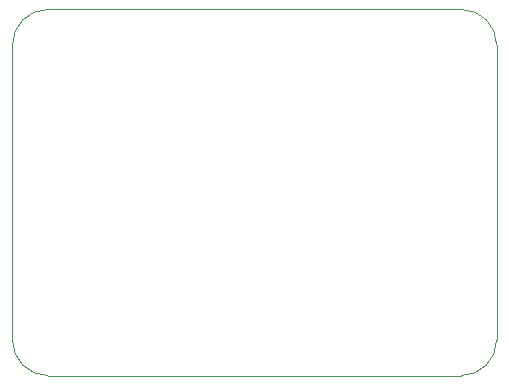
<source format=gbr>
%TF.GenerationSoftware,KiCad,Pcbnew,8.0.0*%
%TF.CreationDate,2024-03-15T15:48:41+01:00*%
%TF.ProjectId,STM32F103_BluePill,53544d33-3246-4313-9033-5f426c756550,rev?*%
%TF.SameCoordinates,Original*%
%TF.FileFunction,Profile,NP*%
%FSLAX46Y46*%
G04 Gerber Fmt 4.6, Leading zero omitted, Abs format (unit mm)*
G04 Created by KiCad (PCBNEW 8.0.0) date 2024-03-15 15:48:41*
%MOMM*%
%LPD*%
G01*
G04 APERTURE LIST*
%TA.AperFunction,Profile*%
%ADD10C,0.050000*%
%TD*%
G04 APERTURE END LIST*
D10*
X130750000Y-87750000D02*
G75*
G02*
X133750000Y-84750000I3000000J0D01*
G01*
X168750000Y-84750000D02*
G75*
G02*
X171750000Y-87750000I0J-3000000D01*
G01*
X171750000Y-112750000D02*
G75*
G02*
X168750000Y-115750000I-3000000J0D01*
G01*
X171750000Y-112750000D02*
X171750000Y-87750000D01*
X133750000Y-115750000D02*
G75*
G02*
X130750000Y-112750000I0J3000000D01*
G01*
X133750000Y-84750000D02*
X168750000Y-84750000D01*
X133750000Y-115750000D02*
X168750000Y-115750000D01*
X130750000Y-87750000D02*
X130750000Y-112750000D01*
M02*

</source>
